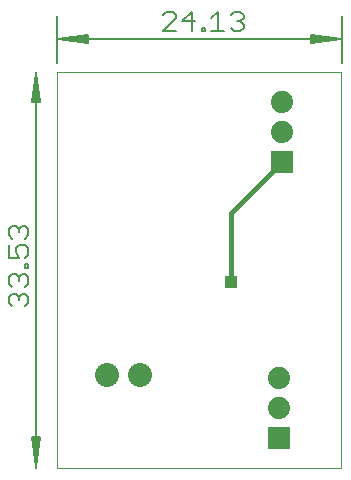
<source format=gbl>
G75*
%MOIN*%
%OFA0B0*%
%FSLAX25Y25*%
%IPPOS*%
%LPD*%
%AMOC8*
5,1,8,0,0,1.08239X$1,22.5*
%
%ADD10C,0.00000*%
%ADD11C,0.00512*%
%ADD12C,0.00600*%
%ADD13C,0.08000*%
%ADD14R,0.07400X0.07400*%
%ADD15C,0.07400*%
%ADD16R,0.03962X0.03962*%
%ADD17C,0.01600*%
D10*
X0019595Y0008986D02*
X0019595Y0140946D01*
X0114296Y0140946D01*
X0114296Y0008986D01*
X0019595Y0008986D01*
D11*
X0012595Y0008986D02*
X0012595Y0008986D01*
X0012595Y0009241D02*
X0013619Y0019222D01*
X0013852Y0019222D02*
X0012595Y0009241D01*
X0011572Y0019222D01*
X0011338Y0019222D02*
X0013852Y0019222D01*
X0013107Y0019222D02*
X0012595Y0009241D01*
X0012083Y0019222D01*
X0011338Y0019222D02*
X0012595Y0009241D01*
X0012595Y0140730D01*
X0013619Y0130749D01*
X0013852Y0130749D02*
X0012595Y0140730D01*
X0011572Y0130749D01*
X0011338Y0130749D02*
X0013852Y0130749D01*
X0013107Y0130749D02*
X0012595Y0140730D01*
X0012083Y0130749D01*
X0011338Y0130749D02*
X0012595Y0140730D01*
X0012595Y0140986D02*
X0012595Y0140986D01*
X0019595Y0143986D02*
X0019595Y0159663D01*
X0019851Y0151986D02*
X0029831Y0150962D01*
X0029831Y0150729D02*
X0019851Y0151986D01*
X0029831Y0153009D01*
X0029831Y0153242D02*
X0029831Y0150729D01*
X0029831Y0151474D02*
X0019851Y0151986D01*
X0029831Y0152497D01*
X0029831Y0153242D02*
X0019851Y0151986D01*
X0114339Y0151986D01*
X0104359Y0150962D01*
X0104359Y0150729D02*
X0114339Y0151986D01*
X0104359Y0153009D01*
X0104359Y0153242D02*
X0104359Y0150729D01*
X0104359Y0151474D02*
X0114339Y0151986D01*
X0104359Y0152497D01*
X0104359Y0153242D02*
X0114339Y0151986D01*
X0114595Y0159663D02*
X0114595Y0143986D01*
D12*
X0081750Y0155615D02*
X0080682Y0154547D01*
X0078547Y0154547D01*
X0077479Y0155615D01*
X0075304Y0154547D02*
X0071034Y0154547D01*
X0073169Y0154547D02*
X0073169Y0160953D01*
X0071034Y0158818D01*
X0068879Y0155615D02*
X0068879Y0154547D01*
X0067811Y0154547D01*
X0067811Y0155615D01*
X0068879Y0155615D01*
X0065636Y0157750D02*
X0061366Y0157750D01*
X0064568Y0160953D01*
X0064568Y0154547D01*
X0059190Y0154547D02*
X0054920Y0154547D01*
X0059190Y0158818D01*
X0059190Y0159885D01*
X0058123Y0160953D01*
X0055988Y0160953D01*
X0054920Y0159885D01*
X0077479Y0159885D02*
X0078547Y0160953D01*
X0080682Y0160953D01*
X0081750Y0159885D01*
X0081750Y0158818D01*
X0080682Y0157750D01*
X0081750Y0156683D01*
X0081750Y0155615D01*
X0080682Y0157750D02*
X0079614Y0157750D01*
X0010033Y0088572D02*
X0010033Y0086437D01*
X0008966Y0085370D01*
X0008966Y0083194D02*
X0010033Y0082127D01*
X0010033Y0079992D01*
X0008966Y0078924D01*
X0008966Y0076769D02*
X0010033Y0076769D01*
X0010033Y0075701D01*
X0008966Y0075701D01*
X0008966Y0076769D01*
X0006831Y0078924D02*
X0005763Y0081059D01*
X0005763Y0082127D01*
X0006831Y0083194D01*
X0008966Y0083194D01*
X0006831Y0078924D02*
X0003628Y0078924D01*
X0003628Y0083194D01*
X0004695Y0085370D02*
X0003628Y0086437D01*
X0003628Y0088572D01*
X0004695Y0089640D01*
X0005763Y0089640D01*
X0006831Y0088572D01*
X0007898Y0089640D01*
X0008966Y0089640D01*
X0010033Y0088572D01*
X0006831Y0088572D02*
X0006831Y0087505D01*
X0007898Y0073526D02*
X0006831Y0072459D01*
X0006831Y0071391D01*
X0006831Y0072459D02*
X0005763Y0073526D01*
X0004695Y0073526D01*
X0003628Y0072459D01*
X0003628Y0070323D01*
X0004695Y0069256D01*
X0004695Y0067081D02*
X0003628Y0066013D01*
X0003628Y0063878D01*
X0004695Y0062810D01*
X0006831Y0064946D02*
X0006831Y0066013D01*
X0007898Y0067081D01*
X0008966Y0067081D01*
X0010033Y0066013D01*
X0010033Y0063878D01*
X0008966Y0062810D01*
X0006831Y0066013D02*
X0005763Y0067081D01*
X0004695Y0067081D01*
X0008966Y0069256D02*
X0010033Y0070323D01*
X0010033Y0072459D01*
X0008966Y0073526D01*
X0007898Y0073526D01*
D13*
X0036095Y0039986D03*
X0047095Y0039986D03*
D14*
X0093654Y0018986D03*
X0094654Y0110986D03*
D15*
X0094654Y0120986D03*
X0094654Y0130986D03*
X0093654Y0038986D03*
X0093654Y0028986D03*
D16*
X0077595Y0070986D03*
D17*
X0077595Y0093927D01*
X0094654Y0110986D01*
M02*

</source>
